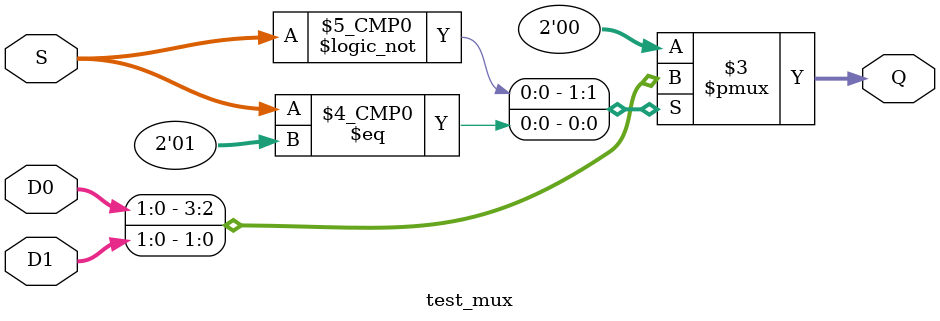
<source format=v>

module test_mux
   (input wire [1:0] D0, D1,
    input wire [1:0] S,
    output reg [1:0] Q);

   always @(*) begin
      case (S)
	2'b00: Q = D0;
	2'b01: Q = D1;
	default: Q = 0;
      endcase // case (S)
   end

endmodule // test_mux

</source>
